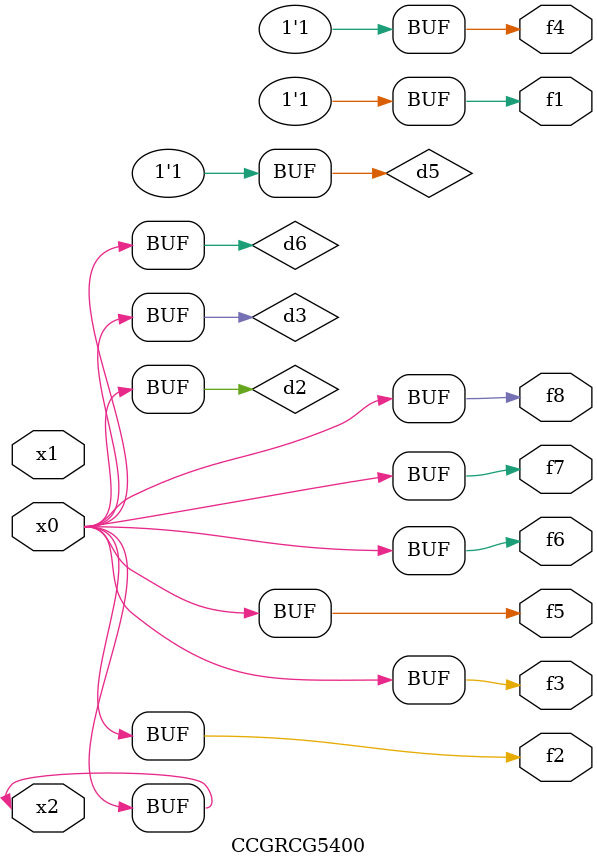
<source format=v>
module CCGRCG5400(
	input x0, x1, x2,
	output f1, f2, f3, f4, f5, f6, f7, f8
);

	wire d1, d2, d3, d4, d5, d6;

	xnor (d1, x2);
	buf (d2, x0, x2);
	and (d3, x0);
	xnor (d4, x1, x2);
	nand (d5, d1, d3);
	buf (d6, d2, d3);
	assign f1 = d5;
	assign f2 = d6;
	assign f3 = d6;
	assign f4 = d5;
	assign f5 = d6;
	assign f6 = d6;
	assign f7 = d6;
	assign f8 = d6;
endmodule

</source>
